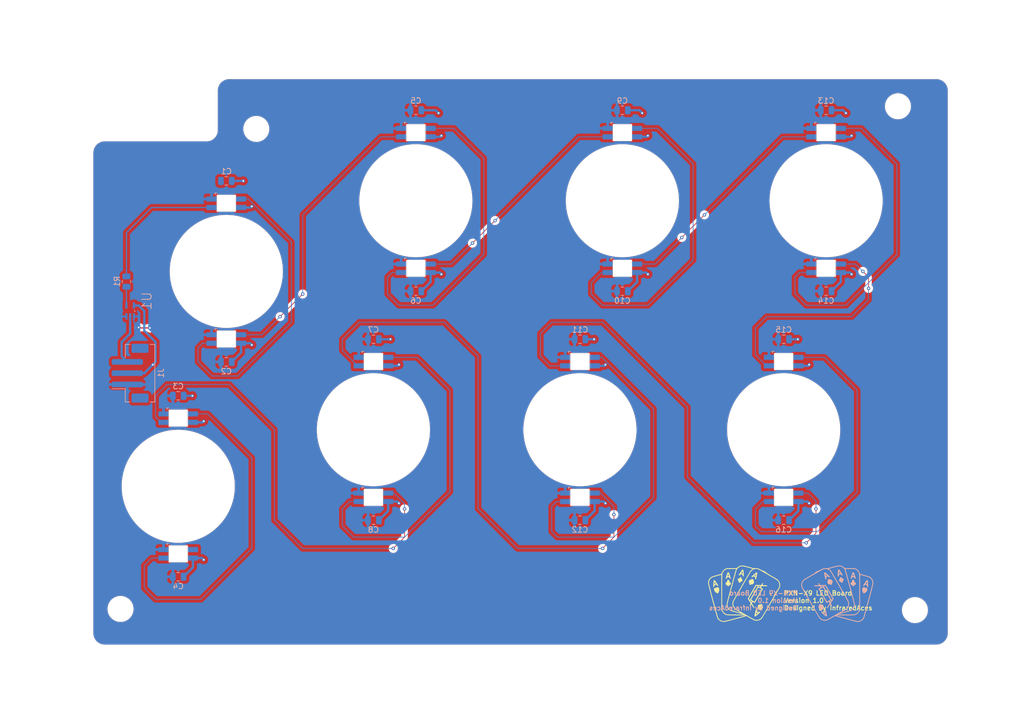
<source format=kicad_pcb>
(kicad_pcb (version 20221018) (generator pcbnew)
  (title_block (rev "1"))
  (layers (0 "F.Cu" signal "Front") (31 "B.Cu" signal "Back") (34 "B.Paste" user) (35 "F.Paste" user) (36 "B.SilkS" user "B.Silkscreen") (37 "F.SilkS" user "F.Silkscreen") (38 "B.Mask" user) (39 "F.Mask" user) (44 "Edge.Cuts" user))
  (net 0 "")
  (net 1 "RGB_DATA")
  (net 2 "Net-(U1-Y)")
  (net 3 "RGB_DATA_B3-1")
  (net 4 "RGB_DATA_B3-2")
  (net 5 "RGB_DATA_B4-1")
  (net 6 "RGB_DATA_B4-2")
  (net 7 "RGB_DATA_R1-1")
  (net 8 "RGB_DATA_R1-2")
  (net 10 "RGB_DATA_L1-1")
  (net 11 "RGB_DATA_L1-2")
  (net 12 "RGB_DATA_B1-1")
  (net 13 "RGB_DATA_B1-2")
  (net 14 "RGB_DATA_B2-1")
  (net 15 "RGB_DATA_B2-2")
  (net 16 "RGB_DATA_R2-1")
  (net 17 "RGB_DATA_R2-2")
  (net 18 "RGB_DATA_L2-1")
  (net 19 "RGB_DATA_L2-2")
  (net 20 "GND")
  (net 21 "+5V")
  (footprint "Logo:InfraredAces-logo" (layer "F.Cu") (at 165 141)
    (fp_text reference "G***" hide)
    (fp_text value "LOGO" hide)
  )
  (footprint "LTST-A683CEGBW:LTST-A683CEGBW" (layer "B.Cu") (at 65 134 180)
    (fp_text reference "U5" hide)
    (fp_text value "LTST-A683CEGBW1")
    (fp_rect (start 1.7 1.55) (end -1.7 -1.45) (stroke (width 0.05)) (fill none) (layer "Edge.Cuts"))
    (pad "1" smd rect locked (at 2.6 0.8 180) (size 1.8 0.9) (layers "B.Cu" "B.Paste" "B.Mask") (net 20 "GND"))
    (pad "2" smd rect locked (at 2.6 -0.7 180) (size 1.8 0.9) (layers "B.Cu" "B.Paste" "B.Mask") (net 13 "RGB_DATA_B1-2"))
    (pad "3" smd rect locked (at -2.6 0.8 180) (size 1.8 0.9) (layers "B.Cu" "B.Paste" "B.Mask"))
    (pad "4" smd rect locked (at -2.6 -0.7 180) (size 1.8 0.9) (layers "B.Cu" "B.Paste" "B.Mask") (net 21 "+5V"))
  )
  (footprint "Capacitor_SMD:C_0805_2012Metric" (layer "B.Cu") (at 179.5 55.5 180)
    (fp_text reference "C13" (at 0 1.68) (layer "B.SilkS") (effects (justify mirror)))
    (fp_text value "C_Small")
    (pad "1" smd roundrect locked (at -0.95 0 180) (size 1 1.45) (layers "B.Cu" "B.Paste" "B.Mask") (net 21 "+5V"))
    (pad "2" smd roundrect locked (at 0.95 0 180) (size 1 1.45) (layers "B.Cu" "B.Paste" "B.Mask") (net 20 "GND"))
  )
  (footprint "Capacitor_SMD:C_0805_2012Metric" (layer "B.Cu") (at 143.5 87.5 180)
    (fp_text reference "C10" (at 0 -1.68) (layer "B.SilkS") (effects (justify mirror)))
    (fp_text value "C_Small")
    (pad "1" smd roundrect locked (at -0.95 0 180) (size 1 1.45) (layers "B.Cu" "B.Paste" "B.Mask") (net 21 "+5V"))
    (pad "2" smd roundrect locked (at 0.95 0 180) (size 1 1.45) (layers "B.Cu" "B.Paste" "B.Mask") (net 20 "GND"))
  )
  (footprint "Capacitor_SMD:C_0805_2012Metric" (layer "B.Cu") (at 73.5 68 180)
    (fp_text reference "C1" (at 0 1.68) (layer "B.SilkS") (effects (justify mirror)))
    (fp_text value "C_Small")
    (pad "1" smd roundrect locked (at -0.95 0 180) (size 1 1.45) (layers "B.Cu" "B.Paste" "B.Mask") (net 21 "+5V"))
    (pad "2" smd roundrect locked (at 0.95 0 180) (size 1 1.45) (layers "B.Cu" "B.Paste" "B.Mask"))
  )
  (footprint "LTST-A683CEGBW:LTST-A683CEGBW" (layer "B.Cu") (at 65 110 180)
    (fp_text reference "U4" hide)
    (fp_text value "LTST-A683CEGBW1")
    (fp_rect (start 1.7 1.55) (end -1.7 -1.45) (stroke (width 0.05)) (fill none) (layer "Edge.Cuts"))
    (pad "1" smd rect locked (at 2.6 0.8 180) (size 1.8 0.9) (layers "B.Cu" "B.Paste" "B.Mask") (net 20 "GND"))
    (pad "2" smd rect locked (at 2.6 -0.7 180) (size 1.8 0.9) (layers "B.Cu" "B.Paste" "B.Mask") (net 12 "RGB_DATA_B1-1"))
    (pad "3" smd rect locked (at -2.6 0.8 180) (size 1.8 0.9) (layers "B.Cu" "B.Paste" "B.Mask") (net 13 "RGB_DATA_B1-2"))
    (pad "4" smd rect locked (at -2.6 -0.7 180) (size 1.8 0.9) (layers "B.Cu" "B.Paste" "B.Mask") (net 21 "+5V"))
  )
  (footprint "Capacitor_SMD:C_0805_2012Metric" (layer "B.Cu") (at 107 55.5 180)
    (fp_text reference "C5" (at 0 1.68) (layer "B.SilkS") (effects (justify mirror)))
    (fp_text value "C_Small")
    (pad "1" smd roundrect locked (at -0.95 0 180) (size 1 1.45) (layers "B.Cu" "B.Paste" "B.Mask") (net 21 "+5V"))
    (pad "2" smd roundrect locked (at 0.95 0 180) (size 1 1.45) (layers "B.Cu" "B.Paste" "B.Mask") (net 20 "GND"))
  )
  (footprint "Capacitor_SMD:C_0805_2012Metric" (layer "B.Cu") (at 136 96 180)
    (fp_text reference "C11" (at 0 1.68) (layer "B.SilkS") (effects (justify mirror)))
    (fp_text value "C_Small")
    (pad "1" smd roundrect locked (at -0.95 0 180) (size 1 1.45) (layers "B.Cu" "B.Paste" "B.Mask") (net 21 "+5V"))
    (pad "2" smd roundrect locked (at 0.95 0 180) (size 1 1.45) (layers "B.Cu" "B.Paste" "B.Mask") (net 20 "GND"))
  )
  (footprint "Capacitor_SMD:C_0805_2012Metric" (layer "B.Cu") (at 73.5 100 180)
    (fp_text reference "C2" (at 0 -1.68) (layer "B.SilkS") (effects (justify mirror)))
    (fp_text value "C_Small")
    (pad "1" smd roundrect locked (at -0.95 0 180) (size 1 1.45) (layers "B.Cu" "B.Paste" "B.Mask") (net 21 "+5V"))
    (pad "2" smd roundrect locked (at 0.95 0 180) (size 1 1.45) (layers "B.Cu" "B.Paste" "B.Mask") (net 20 "GND"))
  )
  (footprint "LTST-A683CEGBW:LTST-A683CEGBW" (layer "B.Cu") (at 143.5 83.5 180)
    (fp_text reference "U11" hide)
    (fp_text value "LTST-A683CEGBW1")
    (fp_rect (start 1.7 1.55) (end -1.7 -1.45) (stroke (width 0.05)) (fill none) (layer "Edge.Cuts"))
    (pad "1" smd rect locked (at 2.6 0.8 180) (size 1.8 0.9) (layers "B.Cu" "B.Paste" "B.Mask") (net 20 "GND"))
    (pad "2" smd rect locked (at 2.6 -0.7 180) (size 1.8 0.9) (layers "B.Cu" "B.Paste" "B.Mask") (net 8 "RGB_DATA_R1-2"))
    (pad "3" smd rect locked (at -2.6 0.8 180) (size 1.8 0.9) (layers "B.Cu" "B.Paste" "B.Mask") (net 10 "RGB_DATA_L1-1"))
    (pad "4" smd rect locked (at -2.6 -0.7 180) (size 1.8 0.9) (layers "B.Cu" "B.Paste" "B.Mask") (net 21 "+5V"))
  )
  (footprint "LTST-A683CEGBW:LTST-A683CEGBW" (layer "B.Cu") (at 179.5 59.5 180)
    (fp_text reference "U14" hide)
    (fp_text value "LTST-A683CEGBW1")
    (fp_rect (start 1.7 1.55) (end -1.7 -1.45) (stroke (width 0.05)) (fill none) (layer "Edge.Cuts"))
    (pad "1" smd rect locked (at 2.6 0.8 180) (size 1.8 0.9) (layers "B.Cu" "B.Paste" "B.Mask") (net 20 "GND"))
    (pad "2" smd rect locked (at 2.6 -0.7 180) (size 1.8 0.9) (layers "B.Cu" "B.Paste" "B.Mask") (net 10 "RGB_DATA_L1-1"))
    (pad "3" smd rect locked (at -2.6 0.8 180) (size 1.8 0.9) (layers "B.Cu" "B.Paste" "B.Mask") (net 11 "RGB_DATA_L1-2"))
    (pad "4" smd rect locked (at -2.6 -0.7 180) (size 1.8 0.9) (layers "B.Cu" "B.Paste" "B.Mask") (net 21 "+5V"))
  )
  (footprint "Capacitor_SMD:C_0805_2012Metric" (layer "B.Cu") (at 172 128 180)
    (fp_text reference "C16" (at 0 -1.68) (layer "B.SilkS") (effects (justify mirror)))
    (fp_text value "C_Small")
    (pad "1" smd roundrect locked (at -0.95 0 180) (size 1 1.45) (layers "B.Cu" "B.Paste" "B.Mask") (net 21 "+5V"))
    (pad "2" smd roundrect locked (at 0.95 0 180) (size 1 1.45) (layers "B.Cu" "B.Paste" "B.Mask") (net 20 "GND"))
  )
  (footprint "LTST-A683CEGBW:LTST-A683CEGBW" (layer "B.Cu") (at 136 124 180)
    (fp_text reference "U13" hide)
    (fp_text value "LTST-A683CEGBW1")
    (fp_rect (start 1.7 1.55) (end -1.7 -1.45) (stroke (width 0.05)) (fill none) (layer "Edge.Cuts"))
    (pad "1" smd rect locked (at 2.6 0.8 180) (size 1.8 0.9) (layers "B.Cu" "B.Paste" "B.Mask") (net 20 "GND"))
    (pad "2" smd rect locked (at 2.6 -0.7 180) (size 1.8 0.9) (layers "B.Cu" "B.Paste" "B.Mask") (net 17 "RGB_DATA_R2-2"))
    (pad "3" smd rect locked (at -2.6 0.8 180) (size 1.8 0.9) (layers "B.Cu" "B.Paste" "B.Mask") (net 14 "RGB_DATA_B2-1"))
    (pad "4" smd rect locked (at -2.6 -0.7 180) (size 1.8 0.9) (layers "B.Cu" "B.Paste" "B.Mask") (net 21 "+5V"))
  )
  (footprint "74AHCT1G32SE-7:SOT65P210X110-5N" (layer "B.Cu") (at 56.5 91 90)
    (fp_text reference "U1" (at 1.75311 2.94725 90) (layer "B.SilkS") (effects (font (size 1.640472 1.640472)) (justify mirror)))
    (fp_text value "74AHCT1G32SE-7")
    (pad "1" smd rect (at -0.9652 0.6604 90) (size 1.1176 0.3556) (layers "B.Cu" "B.Paste" "B.Mask") (net 20 "GND"))
    (pad "2" smd rect (at -0.9652 0 90) (size 1.1176 0.3556) (layers "B.Cu" "B.Paste" "B.Mask") (net 1 "RGB_DATA"))
    (pad "3" smd rect (at -0.9652 -0.6604 90) (size 1.1176 0.3556) (layers "B.Cu" "B.Paste" "B.Mask") (net 20 "GND"))
    (pad "4" smd rect (at 0.9652 -0.6604 90) (size 1.1176 0.3556) (layers "B.Cu" "B.Paste" "B.Mask") (net 2 "Net-(U1-Y)"))
    (pad "5" smd rect (at 0.9652 0.6604 90) (size 1.1176 0.3556) (layers "B.Cu" "B.Paste" "B.Mask") (net 21 "+5V"))
  )
  (footprint "LTST-A683CEGBW:LTST-A683CEGBW" (layer "B.Cu") (at 99.5 124 180)
    (fp_text reference "U9" hide)
    (fp_text value "LTST-A683CEGBW1")
    (fp_rect (start 1.7 1.55) (end -1.7 -1.45) (stroke (width 0.05)) (fill none) (layer "Edge.Cuts"))
    (pad "1" smd rect locked (at 2.6 0.8 180) (size 1.8 0.9) (layers "B.Cu" "B.Paste" "B.Mask") (net 20 "GND"))
    (pad "2" smd rect locked (at 2.6 -0.7 180) (size 1.8 0.9) (layers "B.Cu" "B.Paste" "B.Mask") (net 15 "RGB_DATA_B2-2"))
    (pad "3" smd rect locked (at -2.6 0.8 180) (size 1.8 0.9) (layers "B.Cu" "B.Paste" "B.Mask") (net 12 "RGB_DATA_B1-1"))
    (pad "4" smd rect locked (at -2.6 -0.7 180) (size 1.8 0.9) (layers "B.Cu" "B.Paste" "B.Mask") (net 21 "+5V"))
  )
  (footprint "LTST-A683CEGBW:LTST-A683CEGBW" (layer "B.Cu") (at 107 59.5 180)
    (fp_text reference "U6" hide)
    (fp_text value "LTST-A683CEGBW1")
    (fp_rect (start 1.7 1.55) (end -1.7 -1.45) (stroke (width 0.05)) (fill none) (layer "Edge.Cuts"))
    (pad "1" smd rect locked (at 2.6 0.8 180) (size 1.8 0.9) (layers "B.Cu" "B.Paste" "B.Mask") (net 20 "GND"))
    (pad "2" smd rect locked (at 2.6 -0.7 180) (size 1.8 0.9) (layers "B.Cu" "B.Paste" "B.Mask") (net 5 "RGB_DATA_B4-1"))
    (pad "3" smd rect locked (at -2.6 0.8 180) (size 1.8 0.9) (layers "B.Cu" "B.Paste" "B.Mask") (net 6 "RGB_DATA_B4-2"))
    (pad "4" smd rect locked (at -2.6 -0.7 180) (size 1.8 0.9) (layers "B.Cu" "B.Paste" "B.Mask") (net 21 "+5V"))
  )
  (footprint "Logo:InfraredAces-logo" (layer "B.Cu") (at 181.491978 141 180)
    (fp_text reference "G***" hide)
    (fp_text value "LOGO" hide)
  )
  (footprint "Capacitor_SMD:C_0805_2012Metric" (layer "B.Cu") (at 136 128 180)
    (fp_text reference "C12" (at 0 -1.68) (layer "B.SilkS") (effects (justify mirror)))
    (fp_text value "C_Small")
    (pad "1" smd roundrect locked (at -0.95 0 180) (size 1 1.45) (layers "B.Cu" "B.Paste" "B.Mask") (net 21 "+5V"))
    (pad "2" smd roundrect locked (at 0.95 0 180) (size 1 1.45) (layers "B.Cu" "B.Paste" "B.Mask") (net 20 "GND"))
  )
  (footprint "Capacitor_SMD:C_0805_2012Metric" (layer "B.Cu") (at 172 96 180)
    (fp_text reference "C15" (at 0 1.68) (layer "B.SilkS") (effects (justify mirror)))
    (fp_text value "C_Small")
    (pad "1" smd roundrect locked (at -0.95 0 180) (size 1 1.45) (layers "B.Cu" "B.Paste" "B.Mask") (net 21 "+5V"))
    (pad "2" smd roundrect locked (at 0.95 0 180) (size 1 1.45) (layers "B.Cu" "B.Paste" "B.Mask") (net 20 "GND"))
  )
  (footprint "LTST-A683CEGBW:LTST-A683CEGBW" (layer "B.Cu") (at 172 100 180)
    (fp_text reference "U16" hide)
    (fp_text value "LTST-A683CEGBW1")
    (fp_rect (start 1.7 1.55) (end -1.7 -1.45) (stroke (width 0.05)) (fill none) (layer "Edge.Cuts"))
    (pad "1" smd rect locked (at 2.6 0.8 180) (size 1.8 0.9) (layers "B.Cu" "B.Paste" "B.Mask") (net 20 "GND"))
    (pad "2" smd rect locked (at 2.6 -0.7 180) (size 1.8 0.9) (layers "B.Cu" "B.Paste" "B.Mask") (net 18 "RGB_DATA_L2-1"))
    (pad "3" smd rect locked (at -2.6 0.8 180) (size 1.8 0.9) (layers "B.Cu" "B.Paste" "B.Mask") (net 19 "RGB_DATA_L2-2"))
    (pad "4" smd rect locked (at -2.6 -0.7 180) (size 1.8 0.9) (layers "B.Cu" "B.Paste" "B.Mask") (net 21 "+5V"))
  )
  (footprint "Resistor_SMD:R_0805_2012Metric" (layer "B.Cu") (at 55.85 85.8 -90)
    (fp_text reference "R1" (at 0 1.65 90) (layer "B.SilkS") (effects (justify mirror)))
    (fp_text value "316")
    (pad "1" smd roundrect (at -0.9125 0 270) (size 1.025 1.4) (layers "B.Cu" "B.Paste" "B.Mask") (roundrect_rratio 0.243902439) (net 3 "RGB_DATA_B3-1"))
    (pad "2" smd roundrect (at 0.9125 0 270) (size 1.025 1.4) (layers "B.Cu" "B.Paste" "B.Mask") (roundrect_rratio 0.243902439) (net 2 "Net-(U1-Y)"))
  )
  (footprint "Connector_JST:JST_PH_B3B-PH-SM4-TB_1x03-1MP_P2.00mm_Vertical" (layer "B.Cu") (at 56.5 102 90)
    (fp_text reference "J1" (at 0 5.45 270) (layer "B.SilkS") (effects (justify mirror)))
    (fp_text value "Conn_01x03")
    (pad "1" smd roundrect (at -2 -0.5 90) (size 1 5.5) (layers "B.Cu" "B.Paste" "B.Mask") (net 20 "GND"))
    (pad "2" smd roundrect (at 0 -0.5 90) (size 1 5.5) (layers "B.Cu" "B.Paste" "B.Mask") (net 21 "+5V"))
    (pad "3" smd roundrect (at 2 -0.5 90) (size 1 5.5) (layers "B.Cu" "B.Paste" "B.Mask") (net 1 "RGB_DATA"))
    (pad "MP" smd roundrect (at -4.4 1.75 90) (size 1.6 3) (layers "B.Cu" "B.Paste" "B.Mask") (roundrect_rratio 0.15625))
    (pad "MP" smd roundrect (at 4.4 1.75 90) (size 1.6 3) (layers "B.Cu" "B.Paste" "B.Mask") (roundrect_rratio 0.15625))
  )
  (footprint "Capacitor_SMD:C_0805_2012Metric" (layer "B.Cu") (at 99.5 96 180)
    (fp_text reference "C7" (at 0 1.68) (layer "B.SilkS") (effects (justify mirror)))
    (fp_text value "C_Small")
    (pad "1" smd roundrect locked (at -0.95 0 180) (size 1 1.45) (layers "B.Cu" "B.Paste" "B.Mask") (net 21 "+5V"))
    (pad "2" smd roundrect locked (at 0.95 0 180) (size 1 1.45) (layers "B.Cu" "B.Paste" "B.Mask") (net 20 "GND"))
  )
  (footprint "LTST-A683CEGBW:LTST-A683CEGBW" (layer "B.Cu") (at 73.5 72 180)
    (fp_text reference "U2" hide)
    (fp_text value "LTST-A683CEGBW1")
    (fp_rect (start 1.7 1.55) (end -1.7 -1.45) (stroke (width 0.05)) (fill none) (layer "Edge.Cuts"))
    (pad "1" smd rect locked (at 2.6 0.8 180) (size 1.8 0.9) (layers "B.Cu" "B.Paste" "B.Mask") (net 20 "GND"))
    (pad "2" smd rect locked (at 2.6 -0.7 180) (size 1.8 0.9) (layers "B.Cu" "B.Paste" "B.Mask") (net 3 "RGB_DATA_B3-1"))
    (pad "3" smd rect locked (at -2.6 0.8 180) (size 1.8 0.9) (layers "B.Cu" "B.Paste" "B.Mask") (net 4 "RGB_DATA_B3-2"))
    (pad "4" smd rect locked (at -2.6 -0.7 180) (size 1.8 0.9) (layers "B.Cu" "B.Paste" "B.Mask") (net 21 "+5V"))
  )
  (footprint "LTST-A683CEGBW:LTST-A683CEGBW" (layer "B.Cu") (at 179.5 83.5 180)
    (fp_text reference "U15" hide)
    (fp_text value "LTST-A683CEGBW1")
    (fp_rect (start 1.7 1.55) (end -1.7 -1.45) (stroke (width 0.05)) (fill none) (layer "Edge.Cuts"))
    (pad "1" smd rect locked (at 2.6 0.8 180) (size 1.8 0.9) (layers "B.Cu" "B.Paste" "B.Mask") (net 20 "GND"))
    (pad "2" smd rect locked (at 2.6 -0.7 180) (size 1.8 0.9) (layers "B.Cu" "B.Paste" "B.Mask") (net 11 "RGB_DATA_L1-2"))
    (pad "3" smd rect locked (at -2.6 0.8 180) (size 1.8 0.9) (layers "B.Cu" "B.Paste" "B.Mask") (net 18 "RGB_DATA_L2-1"))
    (pad "4" smd rect locked (at -2.6 -0.7 180) (size 1.8 0.9) (layers "B.Cu" "B.Paste" "B.Mask") (net 21 "+5V"))
  )
  (footprint "Capacitor_SMD:C_0805_2012Metric" (layer "B.Cu") (at 179.5 87.5 180)
    (fp_text reference "C14" (at 0 -1.68) (layer "B.SilkS") (effects (justify mirror)))
    (fp_text value "C_Small")
    (pad "1" smd roundrect locked (at -0.95 0 180) (size 1 1.45) (layers "B.Cu" "B.Paste" "B.Mask") (net 21 "+5V"))
    (pad "2" smd roundrect locked (at 0.95 0 180) (size 1 1.45) (layers "B.Cu" "B.Paste" "B.Mask") (net 20 "GND"))
  )
  (footprint "Capacitor_SMD:C_0805_2012Metric" (layer "B.Cu") (at 143.5 55.5 180)
    (fp_text reference "C9" (at 0 1.68) (layer "B.SilkS") (effects (justify mirror)))
    (fp_text value "C_Small")
    (pad "1" smd roundrect locked (at -0.95 0 180) (size 1 1.45) (layers "B.Cu" "B.Paste" "B.Mask") (net 21 "+5V"))
    (pad "2" smd roundrect locked (at 0.95 0 180) (size 1 1.45) (layers "B.Cu" "B.Paste" "B.Mask") (net 20 "GND"))
  )
  (footprint "LTST-A683CEGBW:LTST-A683CEGBW" (layer "B.Cu") (at 107 83.5 180)
    (fp_text reference "U7" hide)
    (fp_text value "LTST-A683CEGBW1")
    (fp_rect (start 1.7 1.55) (end -1.7 -1.45) (stroke (width 0.05)) (fill none) (layer "Edge.Cuts"))
    (pad "1" smd rect locked (at 2.6 0.8 180) (size 1.8 0.9) (layers "B.Cu" "B.Paste" "B.Mask") (net 20 "GND"))
    (pad "2" smd rect locked (at 2.6 -0.7 180) (size 1.8 0.9) (layers "B.Cu" "B.Paste" "B.Mask") (net 6 "RGB_DATA_B4-2"))
    (pad "3" smd rect locked (at -2.6 0.8 180) (size 1.8 0.9) (layers "B.Cu" "B.Paste" "B.Mask") (net 7 "RGB_DATA_R1-1"))
    (pad "4" smd rect locked (at -2.6 -0.7 180) (size 1.8 0.9) (layers "B.Cu" "B.Paste" "B.Mask") (net 21 "+5V"))
  )
  (footprint "Capacitor_SMD:C_0805_2012Metric" (layer "B.Cu") (at 107 87.5 180)
    (fp_text reference "C6" (at 0 -1.68) (layer "B.SilkS") (effects (justify mirror)))
    (fp_text value "C_Small")
    (pad "1" smd roundrect locked (at -0.95 0 180) (size 1 1.45) (layers "B.Cu" "B.Paste" "B.Mask") (net 21 "+5V"))
    (pad "2" smd roundrect locked (at 0.95 0 180) (size 1 1.45) (layers "B.Cu" "B.Paste" "B.Mask") (net 20 "GND"))
  )
  (footprint "LTST-A683CEGBW:LTST-A683CEGBW" (layer "B.Cu") (at 172 124 180)
    (fp_text reference "U17" hide)
    (fp_text value "LTST-A683CEGBW1")
    (fp_rect (start 1.7 1.55) (end -1.7 -1.45) (stroke (width 0.05)) (fill none) (layer "Edge.Cuts"))
    (pad "1" smd rect locked (at 2.6 0.8 180) (size 1.8 0.9) (layers "B.Cu" "B.Paste" "B.Mask") (net 20 "GND"))
    (pad "2" smd rect locked (at 2.6 -0.7 180) (size 1.8 0.9) (layers "B.Cu" "B.Paste" "B.Mask") (net 19 "RGB_DATA_L2-2"))
    (pad "3" smd rect locked (at -2.6 0.8 180) (size 1.8 0.9) (layers "B.Cu" "B.Paste" "B.Mask") (net 16 "RGB_DATA_R2-1"))
    (pad "4" smd rect locked (at -2.6 -0.7 180) (size 1.8 0.9) (layers "B.Cu" "B.Paste" "B.Mask") (net 21 "+5V"))
  )
  (footprint "LTST-A683CEGBW:LTST-A683CEGBW" (layer "B.Cu") (at 136 100 180)
    (fp_text reference "U12" hide)
    (fp_text value "LTST-A683CEGBW1")
    (fp_rect (start 1.7 1.55) (end -1.7 -1.45) (stroke (width 0.05)) (fill none) (layer "Edge.Cuts"))
    (pad "1" smd rect locked (at 2.6 0.8 180) (size 1.8 0.9) (layers "B.Cu" "B.Paste" "B.Mask") (net 20 "GND"))
    (pad "2" smd rect locked (at 2.6 -0.7 180) (size 1.8 0.9) (layers "B.Cu" "B.Paste" "B.Mask") (net 16 "RGB_DATA_R2-1"))
    (pad "3" smd rect locked (at -2.6 0.8 180) (size 1.8 0.9) (layers "B.Cu" "B.Paste" "B.Mask") (net 17 "RGB_DATA_R2-2"))
    (pad "4" smd rect locked (at -2.6 -0.7 180) (size 1.8 0.9) (layers "B.Cu" "B.Paste" "B.Mask") (net 21 "+5V"))
  )
  (footprint "Capacitor_SMD:C_0805_2012Metric" (layer "B.Cu") (at 65 138 180)
    (fp_text reference "C4" (at 0 -1.68) (layer "B.SilkS") (effects (justify mirror)))
    (fp_text value "C_Small")
    (pad "1" smd roundrect locked (at -0.95 0 180) (size 1 1.45) (layers "B.Cu" "B.Paste" "B.Mask") (net 21 "+5V"))
    (pad "2" smd roundrect locked (at 0.95 0 180) (size 1 1.45) (layers "B.Cu" "B.Paste" "B.Mask") (net 20 "GND"))
  )
  (footprint "LTST-A683CEGBW:LTST-A683CEGBW" (layer "B.Cu") (at 143.5 59.5 180)
    (fp_text reference "U10" hide)
    (fp_text value "LTST-A683CEGBW1")
    (fp_rect (start 1.7 1.55) (end -1.7 -1.45) (stroke (width 0.05)) (fill none) (layer "Edge.Cuts"))
    (pad "1" smd rect locked (at 2.6 0.8 180) (size 1.8 0.9) (layers "B.Cu" "B.Paste" "B.Mask") (net 20 "GND"))
    (pad "2" smd rect locked (at 2.6 -0.7 180) (size 1.8 0.9) (layers "B.Cu" "B.Paste" "B.Mask") (net 7 "RGB_DATA_R1-1"))
    (pad "3" smd rect locked (at -2.6 0.8 180) (size 1.8 0.9) (layers "B.Cu" "B.Paste" "B.Mask") (net 8 "RGB_DATA_R1-2"))
    (pad "4" smd rect locked (at -2.6 -0.7 180) (size 1.8 0.9) (layers "B.Cu" "B.Paste" "B.Mask") (net 21 "+5V"))
  )
  (footprint "LTST-A683CEGBW:LTST-A683CEGBW" (layer "B.Cu") (at 99.5 100 180)
    (fp_text reference "U8" hide)
    (fp_text value "LTST-A683CEGBW1")
    (fp_rect (start 1.7 1.55) (end -1.7 -1.45) (stroke (width 0.05)) (fill none) (layer "Edge.Cuts"))
    (pad "1" smd rect locked (at 2.6 0.8 180) (size 1.8 0.9) (layers "B.Cu" "B.Paste" "B.Mask") (net 20 "GND"))
    (pad "2" smd rect locked (at 2.6 -0.7 180) (size 1.8 0.9) (layers "B.Cu" "B.Paste" "B.Mask") (net 14 "RGB_DATA_B2-1"))
    (pad "3" smd rect locked (at -2.6 0.8 180) (size 1.8 0.9) (layers "B.Cu" "B.Paste" "B.Mask") (net 15 "RGB_DATA_B2-2"))
    (pad "4" smd rect locked (at -2.6 -0.7 180) (size 1.8 0.9) (layers "B.Cu" "B.Paste" "B.Mask") (net 21 "+5V"))
  )
  (footprint "Capacitor_SMD:C_0805_2012Metric" (layer "B.Cu") (at 65 106 180)
    (fp_text reference "C3" (at 0 1.68) (layer "B.SilkS") (effects (justify mirror)))
    (fp_text value "C_Small")
    (pad "1" smd roundrect locked (at -0.95 0 180) (size 1 1.45) (layers "B.Cu" "B.Paste" "B.Mask") (net 21 "+5V"))
    (pad "2" smd roundrect locked (at 0.95 0 180) (size 1 1.45) (layers "B.Cu" "B.Paste" "B.Mask") (net 20 "GND"))
  )
  (footprint "Capacitor_SMD:C_0805_2012Metric" (layer "B.Cu") (at 99.5 128 180)
    (fp_text reference "C8" (at 0 -1.68) (layer "B.SilkS") (effects (justify mirror)))
    (fp_text value "C_Small")
    (pad "1" smd roundrect locked (at -0.95 0 180) (size 1 1.45) (layers "B.Cu" "B.Paste" "B.Mask") (net 21 "+5V"))
    (pad "2" smd roundrect locked (at 0.95 0 180) (size 1 1.45) (layers "B.Cu" "B.Paste" "B.Mask") (net 20 "GND"))
  )
  (footprint "LTST-A683CEGBW:LTST-A683CEGBW" (layer "B.Cu") (at 73.5 96 180)
    (fp_text reference "U3" hide)
    (fp_text value "LTST-A683CEGBW1")
    (fp_rect (start 1.7 1.55) (end -1.7 -1.45) (stroke (width 0.05)) (fill none) (layer "Edge.Cuts"))
    (pad "1" smd rect locked (at 2.6 0.8 180) (size 1.8 0.9) (layers "B.Cu" "B.Paste" "B.Mask") (net 20 "GND"))
    (pad "2" smd rect locked (at 2.6 -0.7 180) (size 1.8 0.9) (layers "B.Cu" "B.Paste" "B.Mask") (net 4 "RGB_DATA_B3-2"))
    (pad "3" smd rect locked (at -2.6 0.8 180) (size 1.8 0.9) (layers "B.Cu" "B.Paste" "B.Mask") (net 5 "RGB_DATA_B4-1"))
    (pad "4" smd rect locked (at -2.6 -0.7 180) (size 1.8 0.9) (layers "B.Cu" "B.Paste" "B.Mask") (net 21 "+5V"))
  )
  (gr_line locked (start 52 61) (end 70 61) (stroke (width 0.0381)) (layer "Edge.Cuts"))
  (gr_circle locked (center 78.8 58.8) (end 81.1 58.8) (stroke (width 0.0381)) (fill none) (layer "Edge.Cuts"))
  (gr_circle locked (center 65 122) (end 75 122) (stroke (width 0.0381)) (fill none) (layer "Edge.Cuts"))
  (gr_circle locked (center 172 112) (end 172 102) (stroke (width 0.0381)) (fill none) (layer "Edge.Cuts"))
  (gr_arc locked (start 72 59) (mid 71.414214 60.414214) (end 70 61) (stroke (width 0.0381)) (layer "Edge.Cuts"))
  (gr_arc locked (start 50 63) (mid 50.585786 61.585786) (end 52 61) (stroke (width 0.0381)) (layer "Edge.Cuts"))
  (gr_circle locked (center 99.5 112) (end 99.5 102) (stroke (width 0.0381)) (fill none) (layer "Edge.Cuts"))
  (gr_circle locked (center 143.5 71.5) (end 143.5 61.5) (stroke (width 0.0381)) (fill none) (layer "Edge.Cuts"))
  (gr_line locked (start 50 63) (end 50 148) (stroke (width 0.0381)) (layer "Edge.Cuts"))
  (gr_circle locked (center 192.2 54.8) (end 194.5 54.8) (stroke (width 0.0381)) (fill none) (layer "Edge.Cuts"))
  (gr_arc locked (start 201 148) (mid 200.414214 149.414214) (end 199 150) (stroke (width 0.0381)) (layer "Edge.Cuts"))
  (gr_circle locked (center 73.5 84) (end 73.5 74) (stroke (width 0.0381)) (fill none) (layer "Edge.Cuts"))
  (gr_circle locked (center 195.2 143.9) (end 197.5 143.9) (stroke (width 0.0381)) (fill none) (layer "Edge.Cuts"))
  (gr_line locked (start 199 150) (end 52 150) (stroke (width 0.0381)) (layer "Edge.Cuts"))
  (gr_circle locked (center 107 71.5) (end 107 61.5) (stroke (width 0.0381)) (fill none) (layer "Edge.Cuts"))
  (gr_arc locked (start 199 50) (mid 200.414214 50.585786) (end 201 52) (stroke (width 0.0381)) (layer "Edge.Cuts"))
  (gr_arc locked (start 52 150) (mid 50.585786 149.414214) (end 50 148) (stroke (width 0.0381)) (layer "Edge.Cuts"))
  (gr_line locked (start 74 50) (end 199 50) (stroke (width 0.0381)) (layer "Edge.Cuts"))
  (gr_line locked (start 201 52) (end 201 148) (stroke (width 0.0381)) (layer "Edge.Cuts"))
  (gr_circle locked (center 54.8 143.7) (end 57.1 143.7) (stroke (width 0.0381)) (fill none) (layer "Edge.Cuts"))
  (gr_circle locked (center 136 112) (end 146 112) (stroke (width 0.0381)) (fill none) (layer "Edge.Cuts"))
  (gr_circle locked (center 179.5 71.5) (end 179.5 61.5) (stroke (width 0.0381)) (fill none) (layer "Edge.Cuts"))
  (gr_arc locked (start 72 52) (mid 72.585786 50.585786) (end 74 50) (stroke (width 0.0381)) (layer "Edge.Cuts"))
  (gr_line locked (start 72 52) (end 72 59) (stroke (width 0.0381)) (layer "Edge.Cuts"))
  (gr_text "PXN-X9 LED Board\nVersion 1.0\nDesigned by InfraredAces" (at 174.491978 144) (layer "B.SilkS") (effects (font (size 0.8128 0.8128) (thickness 0.1524) bold) (justify left bottom mirror)))
  (gr_text "PXN-X9 LED Board\nVersion 1.0\nDesigned by InfraredAces" (at 172 144) (layer "F.SilkS") (effects (font (size 0.8128 0.8128) (thickness 0.1524) bold) (justify left bottom)))
  (segment (start 55 96.5) (end 55 99) (width 0.4) (layer "B.Cu") (net 1))
  (segment (start 55 99) (end 56 100) (width 0.4) (layer "B.Cu") (net 1))
  (segment (start 56.5 91.9652) (end 56.5 95) (width 0.4) (layer "B.Cu") (net 1))
  (segment (start 56.5 95) (end 55 96.5) (width 0.4) (layer "B.Cu") (net 1))
  (segment (start 55.8396 90.0348) (end 55.8396 86.7229) (width 0.2) (layer "B.Cu") (net 2))
  (segment (start 55.8396 86.7229) (end 55.85 86.7125) (width 0.2) (layer "B.Cu") (net 2))
  (segment (start 55.85 77.15) (end 60.3 72.7) (width 0.2) (layer "B.Cu") (net 3))
  (segment (start 60.3 72.7) (end 70.9 72.7) (width 0.2) (layer "B.Cu") (net 3))
  (segment (start 55.85 84.8875) (end 55.85 77.15) (width 0.2) (layer "B.Cu") (net 3))
  (segment (start 85 78.806328) (end 85 93) (width 0.127) (layer "B.Cu") (net 4))
  (segment (start 69.3 96.7) (end 70.9 96.7) (width 0.127) (layer "B.Cu") (net 4))
  (segment (start 68.5 97.5) (end 69.3 96.7) (width 0.127) (layer "B.Cu") (net 4))
  (segment (start 75.5 102.5) (end 71 102.5) (width 0.127) (layer "B.Cu") (net 4))
  (segment (start 76.1 71.2) (end 77.393672 71.2) (width 0.127) (layer "B.Cu") (net 4))
  (segment (start 71 102.5) (end 68.5 100) (width 0.127) (layer "B.Cu") (net 4))
  (segment (start 77.393672 71.2) (end 85 78.806328) (width 0.127) (layer "B.Cu") (net 4))
  (segment (start 68.5 100) (end 68.5 97.5) (width 0.127) (layer "B.Cu") (net 4))
  (segment (start 85 93) (end 75.5 102.5) (width 0.127) (layer "B.Cu") (net 4))
  (segment (start 87 88) (end 83 92) (width 0.127) (layer "F.Cu") (net 5))
  (via (at 83 92) (size 0.6) (drill 0.3) (layers "F.Cu" "B.Cu") (net 5))
  (via (at 87 88) (size 0.6) (drill 0.3) (layers "F.Cu" "B.Cu") (net 5))
  (segment (start 87 88) (end 87 74) (width 0.127) (layer "B.Cu") (net 5))
  (segment (start 79.8 95.2) (end 76.1 95.2) (width 0.127) (layer "B.Cu") (net 5))
  (segment (start 83 92) (end 79.8 95.2) (width 0.127) (layer "B.Cu") (net 5))
  (segment (start 100.8 60.2) (end 104.4 60.2) (width 0.127) (layer "B.Cu") (net 5))
  (segment (start 87 74) (end 100.8 60.2) (width 0.127) (layer "B.Cu") (net 5))
  (segment (start 113.7 58.7) (end 119 64) (width 0.127) (layer "B.Cu") (net 6))
  (segment (start 102.8 84.2) (end 104.4 84.2) (width 0.127) (layer "B.Cu") (net 6))
  (segment (start 104 90) (end 102 88) (width 0.127) (layer "B.Cu") (net 6))
  (segment (start 102 88) (end 102 85) (width 0.127) (layer "B.Cu") (net 6))
  (segment (start 119 81) (end 110 90) (width 0.127) (layer "B.Cu") (net 6))
  (segment (start 102 85) (end 102.8 84.2) (width 0.127) (layer "B.Cu") (net 6))
  (segment (start 110 90) (end 104 90) (width 0.127) (layer "B.Cu") (net 6))
  (segment (start 119 64) (end 119 81) (width 0.127) (layer "B.Cu") (net 6))
  (segment (start 109.6 58.7) (end 113.7 58.7) (width 0.127) (layer "B.Cu") (net 6))
  (segment (start 121 75) (end 117 79) (width 0.127) (layer "F.Cu") (net 7))
  (via (at 121 75) (size 0.6) (drill 0.3) (layers "F.Cu" "B.Cu") (net 7))
  (via (at 117 79) (size 0.6) (drill 0.3) (layers "F.Cu" "B.Cu") (net 7))
  (segment (start 121 75) (end 135.8 60.2) (width 0.127) (layer "B.Cu") (net 7))
  (segment (start 135.8 60.2) (end 140.9 60.2) (width 0.127) (layer "B.Cu") (net 7))
  (segment (start 117 79) (end 113.3 82.7) (width 0.127) (layer "B.Cu") (net 7))
  (segment (start 113.3 82.7) (end 109.6 82.7) (width 0.127) (layer "B.Cu") (net 7))
  (segment (start 140 90) (end 138 88) (width 0.127) (layer "B.Cu") (net 8))
  (segment (start 138 88) (end 138 86) (width 0.127) (layer "B.Cu") (net 8))
  (segment (start 139.8 84.2) (end 140.9 84.2) (width 0.127) (layer "B.Cu") (net 8))
  (segment (start 138 86) (end 139.8 84.2) (width 0.127) (layer "B.Cu") (net 8))
  (segment (start 149.7 58.7) (end 156 65) (width 0.127) (layer "B.Cu") (net 8))
  (segment (start 146.1 58.7) (end 149.7 58.7) (width 0.127) (layer "B.Cu") (net 8))
  (segment (start 156 82) (end 148 90) (width 0.127) (layer "B.Cu") (net 8))
  (segment (start 148 90) (end 140 90) (width 0.127) (layer "B.Cu") (net 8))
  (segment (start 156 65) (end 156 82) (width 0.127) (layer "B.Cu") (net 8))
  (segment (start 158 74) (end 154 78) (width 0.127) (layer "F.Cu") (net 10))
  (via (at 158 74) (size 0.6) (drill 0.3) (layers "F.Cu" "B.Cu") (net 10))
  (via (at 154 78) (size 0.6) (drill 0.3) (layers "F.Cu" "B.Cu") (net 10))
  (segment (start 158 74) (end 171.8 60.2) (width 0.127) (layer "B.Cu") (net 10))
  (segment (start 154 78) (end 149.3 82.7) (width 0.127) (layer "B.Cu") (net 10))
  (segment (start 171.8 60.2) (end 176.9 60.2) (width 0.127) (layer "B.Cu") (net 10))
  (segment (start 149.3 82.7) (end 146.1 82.7) (width 0.127) (layer "B.Cu") (net 10))
  (segment (start 183 90) (end 176 90) (width 0.127) (layer "B.Cu") (net 11))
  (segment (start 182.1 58.7) (end 185.7 58.7) (width 0.127) (layer "B.Cu") (net 11))
  (segment (start 174 88) (end 174 85) (width 0.127) (layer "B.Cu") (net 11))
  (segment (start 185.7 58.7) (end 192 65) (width 0.127) (layer "B.Cu") (net 11))
  (segment (start 174 85) (end 174.8 84.2) (width 0.127) (layer "B.Cu") (net 11))
  (segment (start 192 81) (end 183 90) (width 0.127) (layer "B.Cu") (net 11))
  (segment (start 192 65) (end 192 81) (width 0.127) (layer "B.Cu") (net 11))
  (segment (start 174.8 84.2) (end 176.9 84.2) (width 0.127) (layer "B.Cu") (net 11))
  (segment (start 176 90) (end 174 88) (width 0.127) (layer "B.Cu") (net 11))
  (segment (start 105 131) (end 105 126) (width 0.127) (layer "F.Cu") (net 12))
  (segment (start 103 133) (end 105 131) (width 0.127) (layer "F.Cu") (net 12))
  (via (at 105 126) (size 0.6) (drill 0.3) (layers "F.Cu" "B.Cu") (net 12))
  (via (at 103 133) (size 0.6) (drill 0.3) (layers "F.Cu" "B.Cu") (net 12))
  (segment (start 61 106) (end 61 109.75) (width 0.127) (layer "B.Cu") (net 12))
  (segment (start 105 125.073) (end 103.127 123.2) (width 0.127) (layer "B.Cu") (net 12))
  (segment (start 103 133) (end 87 133) (width 0.127) (layer "B.Cu") (net 12))
  (segment (start 63 104) (end 61 106) (width 0.127) (layer "B.Cu") (net 12))
  (segment (start 61 109.75) (end 61.95 110.7) (width 0.127) (layer "B.Cu") (net 12))
  (segment (start 82 112) (end 74 104) (width 0.127) (layer "B.Cu") (net 12))
  (segment (start 82 128) (end 82 112) (width 0.127) (layer "B.Cu") (net 12))
  (segment (start 87 133) (end 82 128) (width 0.127) (layer "B.Cu") (net 12))
  (segment (start 105 126) (end 105 125.073) (width 0.127) (layer "B.Cu") (net 12))
  (segment (start 61.95 110.7) (end 62.4 110.7) (width 0.127) (layer "B.Cu") (net 12))
  (segment (start 74 104) (end 63 104) (width 0.127) (layer "B.Cu") (net 12))
  (segment (start 103.127 123.2) (end 102.1 123.2) (width 0.127) (layer "B.Cu") (net 12))
  (segment (start 70.2 109.2) (end 78 117) (width 0.127) (layer "B.Cu") (net 13))
  (segment (start 67.6 109.2) (end 70.2 109.2) (width 0.127) (layer "B.Cu") (net 13))
  (segment (start 78 133) (end 69 142) (width 0.127) (layer "B.Cu") (net 13))
  (segment (start 59 140) (end 59 136) (width 0.127) (layer "B.Cu") (net 13))
  (segment (start 60.3 134.7) (end 62.4 134.7) (width 0.127) (layer "B.Cu") (net 13))
  (segment (start 78 117) (end 78 133) (width 0.127) (layer "B.Cu") (net 13))
  (segment (start 69 142) (end 61 142) (width 0.127) (layer "B.Cu") (net 13))
  (segment (start 59 136) (end 60.3 134.7) (width 0.127) (layer "B.Cu") (net 13))
  (segment (start 61 142) (end 59 140) (width 0.127) (layer "B.Cu") (net 13))
  (segment (start 142 131) (end 142 127) (width 0.127) (layer "F.Cu") (net 14))
  (segment (start 140 133) (end 142 131) (width 0.127) (layer "F.Cu") (net 14))
  (via (at 140 133) (size 0.6) (drill 0.3) (layers "F.Cu" "B.Cu") (net 14))
  (via (at 142 127) (size 0.6) (drill 0.3) (layers "F.Cu" "B.Cu") (net 14))
  (segment (start 97 93) (end 94 96) (width 0.127) (layer "B.Cu") (net 14))
  (segment (start 139.627 123.2) (end 138.6 123.2) (width 0.127) (layer "B.Cu") (net 14))
  (segment (start 96.7 100.7) (end 96.9 100.7) (width 0.127) (layer "B.Cu") (net 14))
  (segment (start 94 98) (end 96.7 100.7) (width 0.127) (layer "B.Cu") (net 14))
  (segment (start 118 126) (end 118 99) (width 0.127) (layer "B.Cu") (net 14))
  (segment (start 140 133) (end 125 133) (width 0.127) (layer "B.Cu") (net 14))
  (segment (start 112 93) (end 97 93) (width 0.127) (layer "B.Cu") (net 14))
  (segment (start 142 127) (end 142 125.573) (width 0.127) (layer "B.Cu") (net 14))
  (segment (start 94 96) (end 94 98) (width 0.127) (layer "B.Cu") (net 14))
  (segment (start 125 133) (end 118 126) (width 0.127) (layer "B.Cu") (net 14))
  (segment (start 118 99) (end 112 93) (width 0.127) (layer "B.Cu") (net 14))
  (segment (start 142 125.573) (end 139.627 123.2) (width 0.127) (layer "B.Cu") (net 14))
  (segment (start 102.1 99.2) (end 107.2 99.2) (width 0.127) (layer "B.Cu") (net 15))
  (segment (start 105 131) (end 96 131) (width 0.127) (layer "B.Cu") (net 15))
  (segment (start 107.2 99.2) (end 113 105) (width 0.127) (layer "B.Cu") (net 15))
  (segment (start 96 131) (end 94 129) (width 0.127) (layer "B.Cu") (net 15))
  (segment (start 94 126) (end 95.3 124.7) (width 0.127) (layer "B.Cu") (net 15))
  (segment (start 113 123) (end 105 131) (width 0.127) (layer "B.Cu") (net 15))
  (segment (start 95.3 124.7) (end 96.9 124.7) (width 0.127) (layer "B.Cu") (net 15))
  (segment (start 94 129) (end 94 126) (width 0.127) (layer "B.Cu") (net 15))
  (segment (start 113 105) (end 113 123) (width 0.127) (layer "B.Cu") (net 15))
  (segment (start 177.7135 130.2865) (end 177.7135 126) (width 0.127) (layer "F.Cu") (net 16))
  (segment (start 176 132) (end 177.7135 130.2865) (width 0.127) (layer "F.Cu") (net 16))
  (via (at 177.7135 126) (size 0.6) (drill 0.3) (layers "F.Cu" "B.Cu") (net 16))
  (via (at 176 132) (size 0.6) (drill 0.3) (layers "F.Cu" "B.Cu") (net 16))
  (segment (start 155 108) (end 140 93) (width 0.127) (layer "B.Cu") (net 16))
  (segment (start 129 95) (end 129 99) (width 0.127) (layer "B.Cu") (net 16))
  (segment (start 129 99) (end 130.7 100.7) (width 0.127) (layer "B.Cu") (net 16))
  (segment (start 176 132) (end 166.64079 132) (width 0.127) (layer "B.Cu") (net 16))
  (segment (start 166.64079 132) (end 155 120.35921) (width 0.127) (layer "B.Cu") (net 16))
  (segment (start 140 93) (end 131 93) (width 0.127) (layer "B.Cu") (net 16))
  (segment (start 130.7 100.7) (end 133.4 100.7) (width 0.127) (layer "B.Cu") (net 16))
  (segment (start 176.296836 123.2) (end 174.6 123.2) (width 0.127) (layer "B.Cu") (net 16))
  (segment (start 177.7135 126) (end 177.7135 124.616664) (width 0.127) (layer "B.Cu") (net 16))
  (segment (start 155 120.35921) (end 155 108) (width 0.127) (layer "B.Cu") (net 16))
  (segment (start 177.7135 124.616664) (end 176.296836 123.2) (width 0.127) (layer "B.Cu") (net 16))
  (segment (start 131 93) (end 129 95) (width 0.127) (layer "B.Cu") (net 16))
  (segment (start 149 108.306328) (end 149 124) (width 0.127) (layer "B.Cu") (net 17))
  (segment (start 131.85 124.7) (end 133.4 124.7) (width 0.127) (layer "B.Cu") (net 17))
  (segment (start 131 130) (end 131 125.55) (width 0.127) (layer "B.Cu") (net 17))
  (segment (start 131 125.55) (end 131.85 124.7) (width 0.127) (layer "B.Cu") (net 17))
  (segment (start 138.6 99.2) (end 139.893672 99.2) (width 0.127) (layer "B.Cu") (net 17))
  (segment (start 149 124) (end 142 131) (width 0.127) (layer "B.Cu") (net 17))
  (segment (start 142 131) (end 132 131) (width 0.127) (layer "B.Cu") (net 17))
  (segment (start 132 131) (end 131 130) (width 0.127) (layer "B.Cu") (net 17))
  (segment (start 139.893672 99.2) (end 149 108.306328) (width 0.127) (layer "B.Cu") (net 17))
  (segment (start 187 87) (end 187 85) (width 0.127) (layer "F.Cu") (net 18))
  (segment (start 187 85) (end 186 84) (width 0.127) (layer "F.Cu") (net 18))
  (via (at 187 87) (size 0.6) (drill 0.3) (layers "F.Cu" "B.Cu") (net 18))
  (via (at 186 84) (size 0.6) (drill 0.3) (layers "F.Cu" "B.Cu") (net 18))
  (segment (start 167 98.75) (end 168.95 100.7) (width 0.127) (layer "B.Cu") (net 18))
  (segment (start 184 92) (end 169 92) (width 0.127) (layer "B.Cu") (net 18))
  (segment (start 167 94) (end 167 98.75) (width 0.127) (layer "B.Cu") (net 18))
  (segment (start 186 84) (end 184.7 82.7) (width 0.127) (layer "B.Cu") (net 18))
  (segment (start 187 89) (end 184 92) (width 0.127) (layer "B.Cu") (net 18))
  (segment (start 187 87) (end 187 89) (width 0.127) (layer "B.Cu") (net 18))
  (segment (start 184.7 82.7) (end 182.1 82.7) (width 0.127) (layer "B.Cu") (net 18))
  (segment (start 168.95 100.7) (end 169.4 100.7) (width 0.127) (layer "B.Cu") (net 18))
  (segment (start 169 92) (end 167 94) (width 0.127) (layer "B.Cu") (net 18))
  (segment (start 167 126) (end 168.3 124.7) (width 0.127) (layer "B.Cu") (net 19))
  (segment (start 178 130) (end 168 130) (width 0.127) (layer "B.Cu") (net 19))
  (segment (start 185 105) (end 185 123) (width 0.127) (layer "B.Cu") (net 19))
  (segment (start 179.2 99.2) (end 185 105) (width 0.127) (layer "B.Cu") (net 19))
  (segment (start 167 129) (end 167 126) (width 0.127) (layer "B.Cu") (net 19))
  (segment (start 168.3 124.7) (end 169.4 124.7) (width 0.127) (layer "B.Cu") (net 19))
  (segment (start 185 123) (end 178 130) (width 0.127) (layer "B.Cu") (net 19))
  (segment (start 174.6 99.2) (end 179.2 99.2) (width 0.127) (layer "B.Cu") (net 19))
  (segment (start 168 130) (end 167 129) (width 0.127) (layer "B.Cu") (net 19))
  (segment (start 58.0976 94) (end 60 94) (width 0.2) (layer "F.Cu") (net 20))
  (segment (start 58 93.9024) (end 58.0976 94) (width 0.2) (layer "F.Cu") (net 20))
  (via (at 58 93.9024) (size 0.6) (drill 0.3) (layers "F.Cu" "B.Cu") (net 20))
  (via (at 60 94) (size 0.6) (drill 0.3) (layers "F.Cu" "B.Cu") (net 20))
  (segment (start 58 93.9024) (end 57.1604 93.0628) (width 0.2) (layer "B.Cu") (net 20))
  (segment (start 57.1604 93.0628) (end 57.1604 91.9652) (width 0.2) (layer "B.Cu") (net 20))
  (segment (start 176.5 98) (end 174.5 96) (width 0.4) (layer "F.Cu") (net 21))
  (segment (start 69.5 108) (end 67.5 106) (width 0.4) (layer "F.Cu") (net 21))
  (segment (start 184 57) (end 184 60) (width 0.4) (layer "F.Cu") (net 21))
  (segment (start 104 97.5) (end 102.5 96) (width 0.4) (layer "F.Cu") (net 21))
  (segment (start 104 100.5) (end 104 97.5) (width 0.4) (layer "F.Cu") (net 21))
  (segment (start 183 56) (end 184 57) (width 0.4) (layer "F.Cu") (net 21))
  (segment (start 147 56) (end 148 57) (width 0.4) (layer "F.Cu") (net 21))
  (segment (start 176.5 100.5) (end 176.5 98) (width 0.4) (layer "F.Cu") (net 21))
  (segment (start 140.5 100.5) (end 140.5 98) (width 0.4) (layer "F.Cu") (net 21))
  (segment (start 148 57) (end 148 60) (width 0.4) (layer "F.Cu") (net 21))
  (segment (start 76.5 68) (end 78 69.5) (width 0.4) (layer "F.Cu") (net 21))
  (segment (start 69.5 110.5) (end 69.5 108) (width 0.4) (layer "F.Cu") (net 21))
  (segment (start 111.5 56.5) (end 111 56) (width 0.4) (layer "F.Cu") (net 21))
  (segment (start 140.5 98) (end 138.5 96) (width 0.4) (layer "F.Cu") (net 21))
  (segment (start 78 69.5) (end 78 72.5) (width 0.4) (layer "F.Cu") (net 21))
  (segment (start 111.5 60) (end 111.5 56.5) (width 0.4) (layer "F.Cu") (net 21))
  (via (at 67.5 106) (size 0.6) (drill 0.3) (layers "F.Cu" "B.Cu") (net 21))
  (via (at 111 56) (size 0.6) (drill 0.3) (layers "F.Cu" "B.Cu") (net 21))
  (via (at 140.5 125) (size 0.6) (drill 0.3) (layers "F.Cu" "B.Cu") (net 21))
  (via (at 176.5 125) (size 0.6) (drill 0.3) (layers "F.Cu" "B.Cu") (net 21))
  (via (at 140.5 100.5) (size 0.6) (drill 0.3) (layers "F.Cu" "B.Cu") (net 21))
  (via (at 102.5 96) (size 0.6) (drill 0.3) (layers "F.Cu" "B.Cu") (net 21))
  (via (at 76.5 68) (size 0.6) (drill 0.3) (layers "F.Cu" "B.Cu") (net 21))
  (via (at 104 125) (size 0.6) (drill 0.3) (layers "F.Cu" "B.Cu") (net 21))
  (via (at 111.5 84.5) (size 0.6) (drill 0.3) (layers "F.Cu" "B.Cu") (net 21))
  (via (at 147 56) (size 0.6) (drill 0.3) (layers "F.Cu" "B.Cu") (net 21))
  (via (at 184 84.5) (size 0.6) (drill 0.3) (layers "F.Cu" "B.Cu") (net 21))
  (via (at 138.5 96) (size 0.6) (drill 0.3) (layers "F.Cu" "B.Cu") (net 21))
  (via (at 148 84.5) (size 0.6) (drill 0.3) (layers "F.Cu" "B.Cu") (net 21))
  (via (at 183 56) (size 0.6) (drill 0.3) (layers "F.Cu" "B.Cu") (net 21))
  (via (at 78 72.5) (size 0.6) (drill 0.3) (layers "F.Cu" "B.Cu") (net 21))
  (via (at 148 60) (size 0.6) (drill 0.3) (layers "F.Cu" "B.Cu") (net 21))
  (via (at 104 100.5) (size 0.6) (drill 0.3) (layers "F.Cu" "B.Cu") (net 21))
  (via (at 176.5 100.5) (size 0.6) (drill 0.3) (layers "F.Cu" "B.Cu") (net 21))
  (via (at 184 60) (size 0.6) (drill 0.3) (layers "F.Cu" "B.Cu") (net 21))
  (via (at 174.5 96) (size 0.6) (drill 0.3) (layers "F.Cu" "B.Cu") (net 21))
  (via (at 69.5 110.5) (size 0.6) (drill 0.3) (layers "F.Cu" "B.Cu") (net 21))
  (via (at 111.5 60) (size 0.6) (drill 0.3) (layers "F.Cu" "B.Cu") (net 21))
  (via (at 78 97) (size 0.6) (drill 0.3) (layers "F.Cu" "B.Cu") (net 21))
  (via (at 60.5 100.5) (size 0.6) (drill 0.3) (layers "F.Cu" "B.Cu") (net 21))
  (via (at 69.5 135) (size 0.6) (drill 0.3) (layers "F.Cu" "B.Cu") (net 21))
  (segment (start 138.5 96) (end 138.290547 96) (width 0.4) (layer "B.Cu") (net 21))
  (segment (start 67.6 110.7) (end 69.3 110.7) (width 0.4) (layer "B.Cu") (net 21))
  (segment (start 109.6 85.85) (end 109.6 84.2) (width 0.4) (layer "B.Cu") (net 21))
  (segment (start 111.3 60.2) (end 109.6 60.2) (width 0.4) (layer "B.Cu") (net 21))
  (segment (start 67.6 134.7) (end 69.2 134.7) (width 0.4) (layer "B.Cu") (net 21))
  (segment (start 183.7 84.2) (end 184 84.5) (width 0.4) (layer "B.Cu") (net 21))
  (segment (start 182.1 84.2) (end 183.7 84.2) (width 0.4) (layer "B.Cu") (net 21))
  (segment (start 77.8 72.7) (end 76.1 72.7) (width 0.4) (layer "B.Cu") (net 21))
  (segment (start 65.95 138) (end 67.6 136.35) (width 0.4) (layer "B.Cu") (net 21))
  (segment (start 102.1 124.7) (end 103.7 124.7) (width 0.4) (layer "B.Cu") (net 21))
  (segment (start 57.1604 90.0348) (end 58.0348 90.0348) (width 0.4) (layer "B.Cu") (net 21))
  (segment (start 176.2 124.7) (end 176.5 125) (width 0.4) (layer "B.Cu") (net 21))
  (segment (start 138.6 124.7) (end 140.2 124.7) (width 0.4) (layer "B.Cu") (net 21))
  (segment (start 103.7 124.7) (end 104 125) (width 0.4) (layer "B.Cu") (net 21))
  (segment (start 146.1 60.2) (end 147.8 60.2) (width 0.4) (layer "B.Cu") (net 21))
  (segment (start 172.95 128) (end 174.6 126.35) (width 0.4) (layer "B.Cu") (net 21))
  (segment (start 61 96.5) (end 61 100) (width 0.4) (layer "B.Cu") (net 21))
  (segment (start 110.5 55.5) (end 107.95 55.5) (width 0.4) (layer "B.Cu") (net 21))
  (segment (start 144.45 87.5) (end 146.1 85.85) (width 0.4) (layer "B.Cu") (net 21))
  (segment (start 176.3 100.7) (end 176.5 100.5) (width 0.4) (layer "B.Cu") (net 21))
  (segment (start 65.95 106) (end 67.5 106) (width 0.4) (layer "B.Cu") (net 21))
  (segment (start 183 56) (end 182.5 55.5) (width 0.4) (layer "B.Cu") (net 21))
  (segment (start 147.8 60.2) (end 148 60) (width 0.4) (layer "B.Cu") (net 21))
  (segment (start 103.8 100.7) (end 102.1 100.7) (width 0.4) (layer "B.Cu") (net 21))
  (segment (start 111.5 60) (end 111.3 60.2) (width 0.4) (layer "B.Cu") (net 21))
  (segment (start 140.2 124.7) (end 140.5 125) (width 0.4) (layer "B.Cu") (net 21))
  (segment (start 100.45 128) (end 102.1 126.35) (width 0.4) (layer "B.Cu") (net 21))
  (segment (start 67.6 136.35) (end 67.6 134.7) (width 0.4) (layer "B.Cu") (net 21))
  (segment (start 180.45 87.5) (end 182.1 85.85) (width 0.4) (layer "B.Cu") (net 21))
  (segment (start 111.2 84.2) (end 111.5 84.5) (width 0.4) (layer "B.Cu") (net 21))
  (segment (start 184 60) (end 183.8 60.2) (width 0.4) (layer "B.Cu") (net 21))
  (segment (start 147.7 84.2) (end 148 84.5) (width 0.4) (layer "B.Cu") (net 21))
  (segment (start 183.8 60.2) (end 182.1 60.2) (width 0.4) (layer "B.Cu") (net 21))
  (segment (start 107.95 87.5) (end 109.6 85.85) (width 0.4) (layer "B.Cu") (net 21))
  (segment (start 61 100) (end 60.5 100.5) (width 0.4) (layer "B.Cu") (net 21))
  (segment (start 182.5 55.5) (end 180.45 55.5) (width 0.4) (layer "B.Cu") (net 21))
  (segment (start 174.6 124.7) (end 176.2 124.7) (width 0.4) (layer "B.Cu") (net 21))
  (segment (start 59 94.5) (end 61 96.5) (width 0.4) (layer "B.Cu") (net 21))
  (segment (start 174.6 100.7) (end 176.3 100.7) (width 0.4) (layer "B.Cu") (net 21))
  (segment (start 140.3 100.7) (end 140.5 100.5) (width 0.4) (layer "B.Cu") (net 21))
  (segment (start 104 100.5) (end 103.8 100.7) (width 0.4) (layer "B.Cu") (net 21))
  (segment (start 58.0348 90.0348) (end 59 91) (width 0.4) (layer "B.Cu") (net 21))
  (segment (start 74.45 100) (end 76.1 98.35) (width 0.4) (layer "B.Cu") (net 21))
  (segment (start 100.45 96) (end 102.5 96) (width 0.4) (layer "B.Cu") (net 21))
  (segment (start 111 56) (end 110.5 55.5) (width 0.4) (layer "B.Cu") (net 21))
  (segment (start 109.6 84.2) (end 111.2 84.2) (width 0.4) (layer "B.Cu") (net 21))
  (segment (start 76.1 98.35) (end 76.1 96.7) (width 0.4) (layer "B.Cu") (net 21))
  (segment (start 138.6 126.35) (end 138.6 124.7) (width 0.4) (layer "B.Cu") (net 21))
  (segment (start 69.3 110.7) (end 69.5 110.5) (width 0.4) (layer "B.Cu") (net 21))
  (segment (start 146.5 55.5) (end 144.45 55.5) (width 0.4) (layer "B.Cu") (net 21))
  (segment (start 77.7 96.7) (end 76.1 96.7) (width 0.4) (layer "B.Cu") (net 21))
  (segment (start 136.95 96) (end 138.5 96) (width 0.4) (layer "B.Cu") (net 21))
  (segment (start 182.1 85.85) (end 182.1 84.2) (width 0.4) (layer "B.Cu") (net 21))
  (segment (start 60.5 100.5) (end 59 102) (width 0.4) (layer "B.Cu") (net 21))
  (segment (start 136.95 128) (end 138.6 126.35) (width 0.4) (layer "B.Cu") (net 21))
  (segment (start 146.1 84.2) (end 147.7 84.2) (width 0.4) (layer "B.Cu") (net 21))
  (segment (start 174.6 126.35) (end 174.6 124.7) (width 0.4) (layer "B.Cu") (net 21))
  (segment (start 102.1 126.35) (end 102.1 124.7) (width 0.4) (layer "B.Cu") (net 21))
  (segment (start 69.2 134.7) (end 69.5 135) (width 0.4) (layer "B.Cu") (net 21))
  (segment (start 59 91) (end 59 94.5) (width 0.4) (layer "B.Cu") (net 21))
  (segment (start 147 56) (end 146.5 55.5) (width 0.4) (layer "B.Cu") (net 21))
  (segment (start 74.45 68) (end 76.5 68) (width 0.4) (layer "B.Cu") (net 21))
  (segment (start 59 102) (end 56 102) (width 0.4) (layer "B.Cu") (net 21))
  (segment (start 138.6 100.7) (end 140.3 100.7) (width 0.4) (layer "B.Cu") (net 21))
  (segment (start 172.95 96) (end 174.5 96) (width 0.4) (layer "B.Cu") (net 21))
  (segment (start 78 97) (end 77.7 96.7) (width 0.4) (layer "B.Cu") (net 21))
  (segment (start 78 72.5) (end 77.8 72.7) (width 0.4) (layer "B.Cu") (net 21))
  (segment (start 146.1 85.85) (end 146.1 84.2) (width 0.4) (layer "B.Cu") (net 21))
  (zone (net 21) (net_name "+5V") (layer "F.Cu") (connect_pads (clearance 0.508)) (min_thickness 0.25) (fill yes (thermal_gap 0.5) (thermal_bridge_width 0.5))
    (polygon (pts (xy 33.5 36) (xy 214.5 36) (xy 214.5 160.5) (xy 33.5 160.5)))
  )
  (zone (net 20) (net_name "GND") (layer "B.Cu") (connect_pads (clearance 0.508)) (min_thickness 0.25) (fill yes (thermal_gap 0.5) (thermal_bridge_width 0.5))
    (polygon (pts (xy 38.5 41) (xy 209.5 41) (xy 209.5 155.5) (xy 38.5 155.5)))
  )
)
</source>
